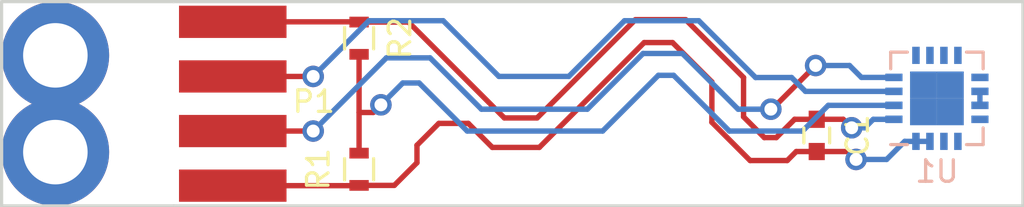
<source format=kicad_pcb>
(kicad_pcb (version 4) (host pcbnew 4.0.6)

  (general
    (links 15)
    (no_connects 3)
    (area 119.942857 93.905 169.075001 111.885)
    (thickness 1.6)
    (drawings 6)
    (tracks 93)
    (zones 0)
    (modules 7)
    (nets 8)
  )

  (page A4)
  (layers
    (0 F.Cu signal)
    (31 B.Cu signal)
    (32 B.Adhes user)
    (33 F.Adhes user)
    (34 B.Paste user)
    (35 F.Paste user)
    (36 B.SilkS user)
    (37 F.SilkS user)
    (38 B.Mask user)
    (39 F.Mask user)
    (40 Dwgs.User user)
    (41 Cmts.User user)
    (42 Eco1.User user)
    (43 Eco2.User user)
    (44 Edge.Cuts user)
    (45 Margin user)
    (46 B.CrtYd user)
    (47 F.CrtYd user)
    (48 B.Fab user)
    (49 F.Fab user hide)
  )

  (setup
    (last_trace_width 0.25)
    (trace_clearance 0.2)
    (zone_clearance 0.508)
    (zone_45_only no)
    (trace_min 0.2)
    (segment_width 0.2)
    (edge_width 0.15)
    (via_size 1)
    (via_drill 0.6)
    (via_min_size 1)
    (via_min_drill 0.6)
    (uvia_size 0.3)
    (uvia_drill 0.1)
    (uvias_allowed no)
    (uvia_min_size 0.2)
    (uvia_min_drill 0.1)
    (pcb_text_width 0.3)
    (pcb_text_size 1.5 1.5)
    (mod_edge_width 0.15)
    (mod_text_size 1 1)
    (mod_text_width 0.15)
    (pad_size 1.524 1.524)
    (pad_drill 0.762)
    (pad_to_mask_clearance 0.2)
    (aux_axis_origin 0 0)
    (visible_elements FFFFFF7F)
    (pcbplotparams
      (layerselection 0x00030_80000001)
      (usegerberextensions false)
      (excludeedgelayer true)
      (linewidth 0.100000)
      (plotframeref false)
      (viasonmask false)
      (mode 1)
      (useauxorigin false)
      (hpglpennumber 1)
      (hpglpenspeed 20)
      (hpglpendiameter 15)
      (hpglpenoverlay 2)
      (psnegative false)
      (psa4output false)
      (plotreference true)
      (plotvalue true)
      (plotinvisibletext false)
      (padsonsilk false)
      (subtractmaskfromsilk false)
      (outputformat 1)
      (mirror false)
      (drillshape 1)
      (scaleselection 1)
      (outputdirectory ""))
  )

  (net 0 "")
  (net 1 GND)
  (net 2 VDD)
  (net 3 "Net-(R1-Pad2)")
  (net 4 "Net-(P1-Pad2)")
  (net 5 "Net-(P1-Pad3)")
  (net 6 "Net-(U1-Pad10)")
  (net 7 "Net-(U1-Pad17)")

  (net_class Default "This is the default net class."
    (clearance 0.2)
    (trace_width 0.25)
    (via_dia 1)
    (via_drill 0.6)
    (uvia_dia 0.3)
    (uvia_drill 0.1)
    (add_net GND)
    (add_net "Net-(P1-Pad2)")
    (add_net "Net-(P1-Pad3)")
    (add_net "Net-(R1-Pad2)")
    (add_net "Net-(U1-Pad10)")
    (add_net "Net-(U1-Pad17)")
    (add_net VDD)
  )

  (module Resistors_SMD.pretty:R_0603 placed (layer F.Cu) (tedit 58307A47) (tstamp 58BC3D1B)
    (at 138.1252 101.7016 270)
    (descr "Resistor SMD 0603, reflow soldering, Vishay (see dcrcw.pdf)")
    (tags "resistor 0603")
    (path /58B85BA0)
    (attr smd)
    (fp_text reference R2 (at 0 -1.9 270) (layer F.SilkS)
      (effects (font (size 1 1) (thickness 0.15)))
    )
    (fp_text value 4k7 (at 0 1.9 270) (layer F.Fab)
      (effects (font (size 1 1) (thickness 0.15)))
    )
    (fp_line (start -0.8 0.4) (end -0.8 -0.4) (layer F.Fab) (width 0.1))
    (fp_line (start 0.8 0.4) (end -0.8 0.4) (layer F.Fab) (width 0.1))
    (fp_line (start 0.8 -0.4) (end 0.8 0.4) (layer F.Fab) (width 0.1))
    (fp_line (start -0.8 -0.4) (end 0.8 -0.4) (layer F.Fab) (width 0.1))
    (fp_line (start -1.3 -0.8) (end 1.3 -0.8) (layer F.CrtYd) (width 0.05))
    (fp_line (start -1.3 0.8) (end 1.3 0.8) (layer F.CrtYd) (width 0.05))
    (fp_line (start -1.3 -0.8) (end -1.3 0.8) (layer F.CrtYd) (width 0.05))
    (fp_line (start 1.3 -0.8) (end 1.3 0.8) (layer F.CrtYd) (width 0.05))
    (fp_line (start 0.5 0.675) (end -0.5 0.675) (layer F.SilkS) (width 0.15))
    (fp_line (start -0.5 -0.675) (end 0.5 -0.675) (layer F.SilkS) (width 0.15))
    (pad 1 smd rect (at -0.75 0 270) (size 0.5 0.9) (layers F.Cu F.Paste F.Mask)
      (net 1 GND))
    (pad 2 smd rect (at 0.75 0 270) (size 0.5 0.9) (layers F.Cu F.Paste F.Mask)
      (net 3 "Net-(R1-Pad2)"))
    (model Resistors_SMD.3dshapes/R_0603.wrl
      (at (xyz 0 0 0))
      (scale (xyz 1 1 1))
      (rotate (xyz 0 0 0))
    )
  )

  (module Capacitors_SMD.pretty:C_0603 placed (layer F.Cu) (tedit 5415D631) (tstamp 58BC3CFB)
    (at 159.4104 106.2228 270)
    (descr "Capacitor SMD 0603, reflow soldering, AVX (see smccp.pdf)")
    (tags "capacitor 0603")
    (path /58B85507)
    (attr smd)
    (fp_text reference C1 (at 0 -1.9 270) (layer F.SilkS)
      (effects (font (size 1 1) (thickness 0.15)))
    )
    (fp_text value 100n (at 0 1.9 270) (layer F.Fab)
      (effects (font (size 1 1) (thickness 0.15)))
    )
    (fp_line (start -0.8 0.4) (end -0.8 -0.4) (layer F.Fab) (width 0.15))
    (fp_line (start 0.8 0.4) (end -0.8 0.4) (layer F.Fab) (width 0.15))
    (fp_line (start 0.8 -0.4) (end 0.8 0.4) (layer F.Fab) (width 0.15))
    (fp_line (start -0.8 -0.4) (end 0.8 -0.4) (layer F.Fab) (width 0.15))
    (fp_line (start -1.45 -0.75) (end 1.45 -0.75) (layer F.CrtYd) (width 0.05))
    (fp_line (start -1.45 0.75) (end 1.45 0.75) (layer F.CrtYd) (width 0.05))
    (fp_line (start -1.45 -0.75) (end -1.45 0.75) (layer F.CrtYd) (width 0.05))
    (fp_line (start 1.45 -0.75) (end 1.45 0.75) (layer F.CrtYd) (width 0.05))
    (fp_line (start -0.35 -0.6) (end 0.35 -0.6) (layer F.SilkS) (width 0.15))
    (fp_line (start 0.35 0.6) (end -0.35 0.6) (layer F.SilkS) (width 0.15))
    (pad 1 smd rect (at -0.75 0 270) (size 0.8 0.75) (layers F.Cu F.Paste F.Mask)
      (net 1 GND))
    (pad 2 smd rect (at 0.75 0 270) (size 0.8 0.75) (layers F.Cu F.Paste F.Mask)
      (net 2 VDD))
    (model Capacitors_SMD.3dshapes/C_0603.wrl
      (at (xyz 0 0 0))
      (scale (xyz 1 1 1))
      (rotate (xyz 0 0 0))
    )
  )

  (module Resistors_SMD.pretty:R_0603 placed (layer F.Cu) (tedit 58307A47) (tstamp 58BC3D0B)
    (at 138.1252 107.7976 90)
    (descr "Resistor SMD 0603, reflow soldering, Vishay (see dcrcw.pdf)")
    (tags "resistor 0603")
    (path /58B85A14)
    (attr smd)
    (fp_text reference R1 (at 0 -1.9 90) (layer F.SilkS)
      (effects (font (size 1 1) (thickness 0.15)))
    )
    (fp_text value 4k7 (at 0 1.9 90) (layer F.Fab)
      (effects (font (size 1 1) (thickness 0.15)))
    )
    (fp_line (start -0.8 0.4) (end -0.8 -0.4) (layer F.Fab) (width 0.1))
    (fp_line (start 0.8 0.4) (end -0.8 0.4) (layer F.Fab) (width 0.1))
    (fp_line (start 0.8 -0.4) (end 0.8 0.4) (layer F.Fab) (width 0.1))
    (fp_line (start -0.8 -0.4) (end 0.8 -0.4) (layer F.Fab) (width 0.1))
    (fp_line (start -1.3 -0.8) (end 1.3 -0.8) (layer F.CrtYd) (width 0.05))
    (fp_line (start -1.3 0.8) (end 1.3 0.8) (layer F.CrtYd) (width 0.05))
    (fp_line (start -1.3 -0.8) (end -1.3 0.8) (layer F.CrtYd) (width 0.05))
    (fp_line (start 1.3 -0.8) (end 1.3 0.8) (layer F.CrtYd) (width 0.05))
    (fp_line (start 0.5 0.675) (end -0.5 0.675) (layer F.SilkS) (width 0.15))
    (fp_line (start -0.5 -0.675) (end 0.5 -0.675) (layer F.SilkS) (width 0.15))
    (pad 1 smd rect (at -0.75 0 90) (size 0.5 0.9) (layers F.Cu F.Paste F.Mask)
      (net 2 VDD))
    (pad 2 smd rect (at 0.75 0 90) (size 0.5 0.9) (layers F.Cu F.Paste F.Mask)
      (net 3 "Net-(R1-Pad2)"))
    (model Resistors_SMD.3dshapes/R_0603.wrl
      (at (xyz 0 0 0))
      (scale (xyz 1 1 1))
      (rotate (xyz 0 0 0))
    )
  )

  (module QFN-16-1EP_4x4mm_Pitch0.65mm placed (layer B.Cu) (tedit 54130A77) (tstamp 58BC3D43)
    (at 165 104.5)
    (descr "16-Lead Plastic Quad Flat, No Lead Package (ML) - 4x4x0.9 mm Body [QFN]; (see Microchip Packaging Specification 00000049BS.pdf)")
    (tags "QFN 0.65")
    (path /58B8439D)
    (attr smd)
    (fp_text reference U1 (at 0 3.4) (layer B.SilkS)
      (effects (font (size 1 1) (thickness 0.15)) (justify mirror))
    )
    (fp_text value TSYS01 (at 0 -3.4) (layer B.Fab)
      (effects (font (size 1 1) (thickness 0.15)) (justify mirror))
    )
    (fp_line (start -1 2) (end 2 2) (layer B.Fab) (width 0.15))
    (fp_line (start 2 2) (end 2 -2) (layer B.Fab) (width 0.15))
    (fp_line (start 2 -2) (end -2 -2) (layer B.Fab) (width 0.15))
    (fp_line (start -2 -2) (end -2 1) (layer B.Fab) (width 0.15))
    (fp_line (start -2 1) (end -1 2) (layer B.Fab) (width 0.15))
    (fp_line (start -2.65 2.65) (end -2.65 -2.65) (layer B.CrtYd) (width 0.05))
    (fp_line (start 2.65 2.65) (end 2.65 -2.65) (layer B.CrtYd) (width 0.05))
    (fp_line (start -2.65 2.65) (end 2.65 2.65) (layer B.CrtYd) (width 0.05))
    (fp_line (start -2.65 -2.65) (end 2.65 -2.65) (layer B.CrtYd) (width 0.05))
    (fp_line (start 2.15 2.15) (end 2.15 1.375) (layer B.SilkS) (width 0.15))
    (fp_line (start -2.15 -2.15) (end -2.15 -1.375) (layer B.SilkS) (width 0.15))
    (fp_line (start 2.15 -2.15) (end 2.15 -1.375) (layer B.SilkS) (width 0.15))
    (fp_line (start -2.15 2.15) (end -1.375 2.15) (layer B.SilkS) (width 0.15))
    (fp_line (start -2.15 -2.15) (end -1.375 -2.15) (layer B.SilkS) (width 0.15))
    (fp_line (start 2.15 -2.15) (end 1.375 -2.15) (layer B.SilkS) (width 0.15))
    (fp_line (start 2.15 2.15) (end 1.375 2.15) (layer B.SilkS) (width 0.15))
    (pad 1 smd rect (at -2 0.975) (size 0.8 0.35) (layers B.Cu B.Paste B.Mask)
      (net 1 GND))
    (pad 2 smd rect (at -2 0.325) (size 0.8 0.35) (layers B.Cu B.Paste B.Mask)
      (net 3 "Net-(R1-Pad2)"))
    (pad 3 smd rect (at -2 -0.325) (size 0.8 0.35) (layers B.Cu B.Paste B.Mask)
      (net 4 "Net-(P1-Pad2)"))
    (pad 4 smd rect (at -2 -0.975) (size 0.8 0.35) (layers B.Cu B.Paste B.Mask)
      (net 5 "Net-(P1-Pad3)"))
    (pad 5 smd rect (at -0.975 -2 270) (size 0.8 0.35) (layers B.Cu B.Paste B.Mask))
    (pad 6 smd rect (at -0.325 -2 270) (size 0.8 0.35) (layers B.Cu B.Paste B.Mask))
    (pad 7 smd rect (at 0.325 -2 270) (size 0.8 0.35) (layers B.Cu B.Paste B.Mask))
    (pad 8 smd rect (at 0.975 -2 270) (size 0.8 0.35) (layers B.Cu B.Paste B.Mask))
    (pad 9 smd rect (at 2 -0.975) (size 0.8 0.35) (layers B.Cu B.Paste B.Mask))
    (pad 10 smd rect (at 2 -0.325) (size 0.8 0.35) (layers B.Cu B.Paste B.Mask)
      (net 6 "Net-(U1-Pad10)"))
    (pad 11 smd rect (at 2 0.325) (size 0.8 0.35) (layers B.Cu B.Paste B.Mask)
      (net 6 "Net-(U1-Pad10)"))
    (pad 12 smd rect (at 2 0.975) (size 0.8 0.35) (layers B.Cu B.Paste B.Mask))
    (pad 13 smd rect (at 0.975 2 270) (size 0.8 0.35) (layers B.Cu B.Paste B.Mask))
    (pad 14 smd rect (at 0.325 2 270) (size 0.8 0.35) (layers B.Cu B.Paste B.Mask))
    (pad 15 smd rect (at -0.325 2 270) (size 0.8 0.35) (layers B.Cu B.Paste B.Mask)
      (net 2 VDD))
    (pad 16 smd rect (at -0.975 2 270) (size 0.8 0.35) (layers B.Cu B.Paste B.Mask)
      (net 2 VDD))
    (pad 17 smd rect (at 0.625 -0.625) (size 1.25 1.25) (layers B.Cu B.Paste B.Mask)
      (net 7 "Net-(U1-Pad17)") (solder_paste_margin_ratio -0.2))
    (pad 17 smd rect (at 0.625 0.625) (size 1.25 1.25) (layers B.Cu B.Paste B.Mask)
      (net 7 "Net-(U1-Pad17)") (solder_paste_margin_ratio -0.2))
    (pad 17 smd rect (at -0.625 -0.625) (size 1.25 1.25) (layers B.Cu B.Paste B.Mask)
      (net 7 "Net-(U1-Pad17)") (solder_paste_margin_ratio -0.2))
    (pad 17 smd rect (at -0.625 0.625) (size 1.25 1.25) (layers B.Cu B.Paste B.Mask)
      (net 7 "Net-(U1-Pad17)") (solder_paste_margin_ratio -0.2))
    (model Housings_DFN_QFN.3dshapes/QFN-16-1EP_4x4mm_Pitch0.65mm.wrl
      (at (xyz 0 0 0))
      (scale (xyz 1 1 1))
      (rotate (xyz 0 0 0))
    )
  )

  (module my_footprints:SMD_conn_4x2.5mm (layer F.Cu) (tedit 592E527E) (tstamp 58C38C0B)
    (at 132.25 104.75 270)
    (path /58B85ED6)
    (fp_text reference P1 (at -0.102 -3.767 360) (layer F.SilkS)
      (effects (font (size 1 1) (thickness 0.15)))
    )
    (fp_text value CONN_01X04 (at 0 -3.81 270) (layer F.Fab) hide
      (effects (font (size 1 1) (thickness 0.15)))
    )
    (pad 1 smd rect (at -3.81 0 270) (size 1.5 5) (layers F.Cu F.Paste F.Mask)
      (net 1 GND))
    (pad 2 smd rect (at -1.27 0 270) (size 1.5 5) (layers F.Cu F.Paste F.Mask)
      (net 4 "Net-(P1-Pad2)"))
    (pad 3 smd rect (at 1.27 0 270) (size 1.5 5) (layers F.Cu F.Paste F.Mask)
      (net 5 "Net-(P1-Pad3)"))
    (pad 4 smd rect (at 3.81 0 270) (size 1.5 5) (layers F.Cu F.Paste F.Mask)
      (net 2 VDD))
  )

  (module my_footprints:Hole_3mm (layer F.Cu) (tedit 5913F6E4) (tstamp 592E54C9)
    (at 124 102.5)
    (path /592E54A8)
    (fp_text reference Hole1 (at 0 3.81) (layer F.SilkS) hide
      (effects (font (size 1 1) (thickness 0.15)))
    )
    (fp_text value "Hole 3mm" (at 0 -7.62) (layer F.Fab) hide
      (effects (font (size 1 1) (thickness 0.15)))
    )
    (pad 1 thru_hole circle (at 0 0) (size 5 5) (drill 3) (layers *.Cu *.Mask))
  )

  (module my_footprints:Hole_3mm (layer F.Cu) (tedit 5913F6E4) (tstamp 592E54CE)
    (at 124 107)
    (path /592E5682)
    (fp_text reference Hole2 (at 0 3.81) (layer F.SilkS) hide
      (effects (font (size 1 1) (thickness 0.15)))
    )
    (fp_text value "Hole 3mm" (at 0 -7.62) (layer F.Fab) hide
      (effects (font (size 1 1) (thickness 0.15)))
    )
    (pad 1 thru_hole circle (at 0 0) (size 5 5) (drill 3) (layers *.Cu *.Mask))
  )

  (gr_line (start 121.5 109.5) (end 129.5 109.5) (angle 90) (layer Edge.Cuts) (width 0.15))
  (gr_line (start 121.5 100) (end 121.5 109.5) (angle 90) (layer Edge.Cuts) (width 0.15))
  (gr_line (start 129.5 100) (end 121.5 100) (angle 90) (layer Edge.Cuts) (width 0.15))
  (gr_line (start 169 109.5) (end 129.5 109.5) (angle 90) (layer Edge.Cuts) (width 0.15))
  (gr_line (start 169 100) (end 169 109.5) (angle 90) (layer Edge.Cuts) (width 0.15))
  (gr_line (start 129.5 100) (end 169 100) (angle 90) (layer Edge.Cuts) (width 0.15))

  (segment (start 138.1252 100.9516) (end 140.4232 100.9516) (width 0.25) (layer F.Cu) (net 1))
  (segment (start 158.3824 105.4728) (end 159.4104 105.4728) (width 0.25) (layer F.Cu) (net 1) (tstamp 590225F7))
  (segment (start 157.5308 106.3244) (end 158.3824 105.4728) (width 0.25) (layer F.Cu) (net 1) (tstamp 590225F6))
  (segment (start 156.972 106.3244) (end 157.5308 106.3244) (width 0.25) (layer F.Cu) (net 1) (tstamp 590225F5))
  (segment (start 156.0068 105.3592) (end 156.972 106.3244) (width 0.25) (layer F.Cu) (net 1) (tstamp 590225F3))
  (segment (start 156.0068 103.5304) (end 156.0068 105.3592) (width 0.25) (layer F.Cu) (net 1) (tstamp 590225F1))
  (segment (start 153.3144 100.838) (end 156.0068 103.5304) (width 0.25) (layer F.Cu) (net 1) (tstamp 590225E9))
  (segment (start 150.9776 100.838) (end 153.3144 100.838) (width 0.25) (layer F.Cu) (net 1) (tstamp 590225E7))
  (segment (start 146.4056 105.41) (end 150.9776 100.838) (width 0.25) (layer F.Cu) (net 1) (tstamp 590225E5))
  (segment (start 144.8816 105.41) (end 146.4056 105.41) (width 0.25) (layer F.Cu) (net 1) (tstamp 590225E3))
  (segment (start 140.4232 100.9516) (end 144.8816 105.41) (width 0.25) (layer F.Cu) (net 1) (tstamp 590225DA))
  (segment (start 159.4104 105.4728) (end 160.6416 105.4728) (width 0.25) (layer F.Cu) (net 1))
  (segment (start 160.6416 105.4728) (end 161.036 105.8672) (width 0.25) (layer F.Cu) (net 1) (tstamp 590225C4))
  (via (at 161.036 105.8672) (size 1) (drill 0.6) (layers F.Cu B.Cu) (net 1))
  (segment (start 161.036 105.8672) (end 161.6456 105.8672) (width 0.25) (layer B.Cu) (net 1) (tstamp 590225C9))
  (segment (start 161.6456 105.8672) (end 162.0378 105.475) (width 0.25) (layer B.Cu) (net 1) (tstamp 590225CA))
  (segment (start 162.0378 105.475) (end 163 105.475) (width 0.25) (layer B.Cu) (net 1) (tstamp 590225CB))
  (segment (start 132.25 100.94) (end 138.1136 100.94) (width 0.25) (layer F.Cu) (net 1))
  (segment (start 138.1136 100.94) (end 138.1252 100.9516) (width 0.25) (layer F.Cu) (net 1) (tstamp 590224BE))
  (segment (start 132.2616 100.9516) (end 132.25 100.94) (width 0.25) (layer F.Cu) (net 1) (tstamp 590220A4))
  (segment (start 159.4104 106.9728) (end 158.4572 106.9728) (width 0.25) (layer F.Cu) (net 2))
  (segment (start 139.7628 108.5476) (end 138.1252 108.5476) (width 0.25) (layer F.Cu) (net 2) (tstamp 59022615))
  (segment (start 140.8176 107.4928) (end 139.7628 108.5476) (width 0.25) (layer F.Cu) (net 2) (tstamp 59022614))
  (segment (start 140.8176 106.68) (end 140.8176 107.4928) (width 0.25) (layer F.Cu) (net 2) (tstamp 59022610))
  (segment (start 141.8336 105.664) (end 140.8176 106.68) (width 0.25) (layer F.Cu) (net 2) (tstamp 5902260F))
  (segment (start 143.2052 105.664) (end 141.8336 105.664) (width 0.25) (layer F.Cu) (net 2) (tstamp 5902260E))
  (segment (start 144.3228 106.7816) (end 143.2052 105.664) (width 0.25) (layer F.Cu) (net 2) (tstamp 5902260D))
  (segment (start 146.5072 106.7816) (end 144.3228 106.7816) (width 0.25) (layer F.Cu) (net 2) (tstamp 5902260C))
  (segment (start 151.384 101.9048) (end 146.5072 106.7816) (width 0.25) (layer F.Cu) (net 2) (tstamp 5902260A))
  (segment (start 152.7048 101.9048) (end 151.384 101.9048) (width 0.25) (layer F.Cu) (net 2) (tstamp 59022608))
  (segment (start 154.5336 103.7336) (end 152.7048 101.9048) (width 0.25) (layer F.Cu) (net 2) (tstamp 59022606))
  (segment (start 154.5336 105.6132) (end 154.5336 103.7336) (width 0.25) (layer F.Cu) (net 2) (tstamp 59022604))
  (segment (start 156.3116 107.3912) (end 154.5336 105.6132) (width 0.25) (layer F.Cu) (net 2) (tstamp 59022602))
  (segment (start 158.0388 107.3912) (end 156.3116 107.3912) (width 0.25) (layer F.Cu) (net 2) (tstamp 59022600))
  (segment (start 158.4572 106.9728) (end 158.0388 107.3912) (width 0.25) (layer F.Cu) (net 2) (tstamp 590225FE))
  (segment (start 132.25 108.56) (end 138.1128 108.56) (width 0.25) (layer F.Cu) (net 2))
  (segment (start 138.1128 108.56) (end 138.1252 108.5476) (width 0.25) (layer F.Cu) (net 2) (tstamp 590224C1))
  (segment (start 137.782 108.56) (end 137.8204 108.5984) (width 0.25) (layer F.Cu) (net 2) (tstamp 590220BA))
  (segment (start 164.025 106.5) (end 163.502 106.5) (width 0.25) (layer B.Cu) (net 2))
  (segment (start 163.502 106.5) (end 162.6616 107.3404) (width 0.25) (layer B.Cu) (net 2) (tstamp 59021FF6))
  (segment (start 162.6616 107.3404) (end 161.2392 107.3404) (width 0.25) (layer B.Cu) (net 2) (tstamp 59021FF7))
  (via (at 161.2392 107.3404) (size 1) (drill 0.6) (layers F.Cu B.Cu) (net 2))
  (segment (start 161.2392 107.3404) (end 160.8716 106.9728) (width 0.25) (layer F.Cu) (net 2) (tstamp 59021FF9))
  (segment (start 160.8716 106.9728) (end 159.4104 106.9728) (width 0.25) (layer F.Cu) (net 2) (tstamp 59021FFA))
  (segment (start 164.025 106.5) (end 164.675 106.5) (width 0.25) (layer B.Cu) (net 2))
  (segment (start 158.6992 106.0196) (end 158.75 106.0196) (width 0.25) (layer B.Cu) (net 3))
  (segment (start 158.75 106.0196) (end 159.9446 104.825) (width 0.25) (layer B.Cu) (net 3) (tstamp 590225AC))
  (segment (start 159.9446 104.825) (end 163 104.825) (width 0.25) (layer B.Cu) (net 3) (tstamp 590225AF))
  (segment (start 138.7856 105.156) (end 139.1412 104.8004) (width 0.25) (layer F.Cu) (net 3) (tstamp 5902256A))
  (via (at 139.1412 104.8004) (size 1) (drill 0.6) (layers F.Cu B.Cu) (net 3))
  (segment (start 139.1412 104.8004) (end 140.1572 103.7844) (width 0.25) (layer B.Cu) (net 3) (tstamp 59022570))
  (segment (start 140.1572 103.7844) (end 140.9192 103.7844) (width 0.25) (layer B.Cu) (net 3) (tstamp 59022571))
  (segment (start 140.9192 103.7844) (end 143.1544 106.0196) (width 0.25) (layer B.Cu) (net 3) (tstamp 59022572))
  (segment (start 143.1544 106.0196) (end 149.4536 106.0196) (width 0.25) (layer B.Cu) (net 3) (tstamp 59022573))
  (segment (start 149.4536 106.0196) (end 152.0444 103.4288) (width 0.25) (layer B.Cu) (net 3) (tstamp 59022574))
  (segment (start 152.0444 103.4288) (end 152.7556 103.4288) (width 0.25) (layer B.Cu) (net 3) (tstamp 59022575))
  (segment (start 152.7556 103.4288) (end 155.3464 106.0196) (width 0.25) (layer B.Cu) (net 3) (tstamp 59022577))
  (segment (start 155.3464 106.0196) (end 158.6992 106.0196) (width 0.25) (layer B.Cu) (net 3) (tstamp 59022578))
  (segment (start 138.7856 105.156) (end 138.1252 105.156) (width 0.25) (layer F.Cu) (net 3))
  (segment (start 138.1252 102.4516) (end 138.1252 105.156) (width 0.25) (layer F.Cu) (net 3))
  (segment (start 138.1252 105.156) (end 138.1252 107.0476) (width 0.25) (layer F.Cu) (net 3) (tstamp 59022568))
  (segment (start 132.25 103.48) (end 135.9912 103.48) (width 0.25) (layer F.Cu) (net 4))
  (segment (start 158.8866 104.175) (end 163 104.175) (width 0.25) (layer B.Cu) (net 4) (tstamp 5902210B))
  (segment (start 158.242 103.5304) (end 158.8866 104.175) (width 0.25) (layer B.Cu) (net 4) (tstamp 59022108))
  (segment (start 156.5656 103.5304) (end 158.242 103.5304) (width 0.25) (layer B.Cu) (net 4) (tstamp 59022102))
  (segment (start 153.924 100.8888) (end 156.5656 103.5304) (width 0.25) (layer B.Cu) (net 4) (tstamp 590220FA))
  (segment (start 150.4696 100.8888) (end 153.924 100.8888) (width 0.25) (layer B.Cu) (net 4) (tstamp 590220F3))
  (segment (start 147.8788 103.4796) (end 150.4696 100.8888) (width 0.25) (layer B.Cu) (net 4) (tstamp 590220F0))
  (segment (start 144.6276 103.4796) (end 147.8788 103.4796) (width 0.25) (layer B.Cu) (net 4) (tstamp 590220EA))
  (segment (start 142.0368 100.8888) (end 144.6276 103.4796) (width 0.25) (layer B.Cu) (net 4) (tstamp 590220E5))
  (segment (start 138.5824 100.8888) (end 142.0368 100.8888) (width 0.25) (layer B.Cu) (net 4) (tstamp 590220E1))
  (segment (start 135.9916 103.4796) (end 138.5824 100.8888) (width 0.25) (layer B.Cu) (net 4) (tstamp 590220E0))
  (via (at 135.9916 103.4796) (size 1) (drill 0.6) (layers F.Cu B.Cu) (net 4))
  (segment (start 135.9912 103.48) (end 135.9916 103.4796) (width 0.25) (layer F.Cu) (net 4) (tstamp 590220DB))
  (segment (start 157.2768 105.0036) (end 157.3276 105.0036) (width 0.25) (layer F.Cu) (net 5))
  (segment (start 157.3276 105.0036) (end 159.3596 102.9716) (width 0.25) (layer F.Cu) (net 5) (tstamp 59022243))
  (segment (start 161.4878 103.525) (end 163 103.525) (width 0.25) (layer B.Cu) (net 5) (tstamp 5902224F))
  (segment (start 160.9344 102.9716) (end 161.4878 103.525) (width 0.25) (layer B.Cu) (net 5) (tstamp 5902224B))
  (segment (start 159.3596 102.9716) (end 160.9344 102.9716) (width 0.25) (layer B.Cu) (net 5) (tstamp 5902224A))
  (via (at 159.3596 102.9716) (size 1) (drill 0.6) (layers F.Cu B.Cu) (net 5))
  (segment (start 132.25 106.02) (end 135.9912 106.02) (width 0.25) (layer F.Cu) (net 5))
  (via (at 157.2768 105.0036) (size 1) (drill 0.6) (layers F.Cu B.Cu) (net 5))
  (segment (start 155.7528 105.0036) (end 157.2768 105.0036) (width 0.25) (layer B.Cu) (net 5) (tstamp 59022219))
  (segment (start 153.162 102.4128) (end 155.7528 105.0036) (width 0.25) (layer B.Cu) (net 5) (tstamp 59022217))
  (segment (start 151.3332 102.4128) (end 153.162 102.4128) (width 0.25) (layer B.Cu) (net 5) (tstamp 59022215))
  (segment (start 148.7424 105.0036) (end 151.3332 102.4128) (width 0.25) (layer B.Cu) (net 5) (tstamp 59022213))
  (segment (start 143.8148 105.0036) (end 148.7424 105.0036) (width 0.25) (layer B.Cu) (net 5) (tstamp 5902220C))
  (segment (start 141.4272 102.616) (end 143.8148 105.0036) (width 0.25) (layer B.Cu) (net 5) (tstamp 5902220A))
  (segment (start 139.3952 102.616) (end 141.4272 102.616) (width 0.25) (layer B.Cu) (net 5) (tstamp 59022203))
  (segment (start 135.9916 106.0196) (end 139.3952 102.616) (width 0.25) (layer B.Cu) (net 5) (tstamp 59022202))
  (via (at 135.9916 106.0196) (size 1) (drill 0.6) (layers F.Cu B.Cu) (net 5))
  (segment (start 135.9912 106.02) (end 135.9916 106.0196) (width 0.25) (layer F.Cu) (net 5) (tstamp 590221FB))
  (segment (start 167 104.825) (end 167 104.175) (width 0.25) (layer B.Cu) (net 6))

)

</source>
